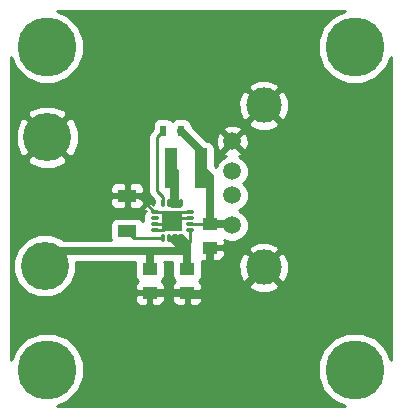
<source format=gbr>
G04 #@! TF.FileFunction,Copper,L1,Top,Signal*
%FSLAX46Y46*%
G04 Gerber Fmt 4.6, Leading zero omitted, Abs format (unit mm)*
G04 Created by KiCad (PCBNEW (2015-07-31 BZR 6030)-product) date Fri Sep 11 12:38:58 2015*
%MOMM*%
G01*
G04 APERTURE LIST*
%ADD10C,0.100000*%
%ADD11C,5.000000*%
%ADD12R,1.250000X1.000000*%
%ADD13R,1.600000X1.000000*%
%ADD14C,1.501140*%
%ADD15C,2.999740*%
%ADD16R,0.980000X3.400000*%
%ADD17R,0.500000X0.900000*%
%ADD18O,0.300000X0.750000*%
%ADD19O,0.750000X0.300000*%
%ADD20R,0.900000X0.900000*%
%ADD21C,4.064000*%
%ADD22C,0.600000*%
%ADD23C,0.250000*%
%ADD24C,0.635000*%
%ADD25C,0.254000*%
G04 APERTURE END LIST*
D10*
D11*
X153240000Y-119900000D03*
X179275000Y-119900000D03*
X179275000Y-92595000D03*
D12*
X161925000Y-111395000D03*
X161925000Y-113395000D03*
X165100000Y-111395000D03*
X165100000Y-113395000D03*
D13*
X160020000Y-108180000D03*
X160020000Y-105180000D03*
D12*
X167005000Y-107585000D03*
X167005000Y-109585000D03*
D14*
X168910000Y-100584000D03*
X168910000Y-103124000D03*
X168910000Y-105156000D03*
X168910000Y-107696000D03*
D15*
X171577000Y-97536000D03*
X171577000Y-111252000D03*
D16*
X163745000Y-102870000D03*
X166285000Y-102870000D03*
D17*
X164580000Y-99695000D03*
X163080000Y-99695000D03*
D18*
X164580000Y-105840000D03*
X164080000Y-105840000D03*
X163580000Y-105840000D03*
X163080000Y-105840000D03*
D19*
X162355000Y-106565000D03*
X162355000Y-107065000D03*
X162355000Y-107565000D03*
X162355000Y-108065000D03*
D18*
X163080000Y-108790000D03*
X163580000Y-108790000D03*
X164080000Y-108790000D03*
X164580000Y-108790000D03*
D19*
X165305000Y-108065000D03*
X165305000Y-107565000D03*
X165305000Y-107065000D03*
X165305000Y-106565000D03*
D20*
X163380000Y-107765000D03*
X164280000Y-107765000D03*
X163380000Y-106865000D03*
X164280000Y-106865000D03*
D21*
X153240000Y-100215000D03*
X153035000Y-111125000D03*
D11*
X153240000Y-92595000D03*
D22*
X164280000Y-107765000D03*
X163380000Y-107765000D03*
X163380000Y-106865000D03*
X164280000Y-106865000D03*
D23*
X163080000Y-106565000D02*
X163380000Y-106865000D01*
X160020000Y-105180000D02*
X160970000Y-105180000D01*
X160970000Y-105180000D02*
X162355000Y-106565000D01*
D24*
X167005000Y-109585000D02*
X167005000Y-113550000D01*
X161925000Y-113395000D02*
X165100000Y-113395000D01*
X165100000Y-113395000D02*
X165255000Y-113550000D01*
X165255000Y-113550000D02*
X167005000Y-113550000D01*
X167005000Y-113550000D02*
X169279000Y-113550000D01*
X169279000Y-113550000D02*
X171577000Y-111252000D01*
D23*
X162355000Y-106565000D02*
X163080000Y-106565000D01*
X165305000Y-107065000D02*
X164480000Y-107065000D01*
X164480000Y-107065000D02*
X164280000Y-106865000D01*
X165305000Y-106565000D02*
X164580000Y-106565000D01*
X164580000Y-106565000D02*
X164280000Y-106865000D01*
X162355000Y-108065000D02*
X163080000Y-108065000D01*
X163080000Y-108065000D02*
X163380000Y-107765000D01*
X162355000Y-107565000D02*
X163180000Y-107565000D01*
X163180000Y-107565000D02*
X163380000Y-107765000D01*
X163080000Y-108790000D02*
X160630000Y-108790000D01*
X160630000Y-108790000D02*
X160020000Y-108180000D01*
X165305000Y-107565000D02*
X166985000Y-107565000D01*
X166985000Y-107565000D02*
X167005000Y-107585000D01*
D24*
X164580000Y-99695000D02*
X166285000Y-101400000D01*
X166285000Y-101400000D02*
X166285000Y-102870000D01*
X166285000Y-102870000D02*
X167005000Y-103590000D01*
X167005000Y-103590000D02*
X167005000Y-107585000D01*
X167005000Y-107585000D02*
X168799000Y-107585000D01*
X168799000Y-107585000D02*
X168910000Y-107696000D01*
D23*
X164580000Y-105840000D02*
X163580000Y-105840000D01*
X163580000Y-105840000D02*
X163785000Y-106045000D01*
X163785000Y-106045000D02*
X164465000Y-106045000D01*
X164465000Y-106045000D02*
X164580000Y-105840000D01*
X164580000Y-105840000D02*
X163745000Y-105005000D01*
X163745000Y-105005000D02*
X163745000Y-102870000D01*
X163580000Y-105840000D02*
X163625000Y-105840000D01*
X163625000Y-105840000D02*
X163745000Y-105720000D01*
X163745000Y-105720000D02*
X163745000Y-102870000D01*
D24*
X164080000Y-105840000D02*
X164080000Y-103205000D01*
X164080000Y-103205000D02*
X163745000Y-102870000D01*
D23*
X163080000Y-105840000D02*
X163080000Y-105295000D01*
X162560000Y-100215000D02*
X163080000Y-99695000D01*
X162560000Y-104775000D02*
X162560000Y-100215000D01*
X163080000Y-105295000D02*
X162560000Y-104775000D01*
X163580000Y-108790000D02*
X164080000Y-108790000D01*
X165305000Y-108065000D02*
X165305000Y-109105000D01*
X165305000Y-109105000D02*
X165100000Y-109310000D01*
X163580000Y-108790000D02*
X164465000Y-109675000D01*
D24*
X164080000Y-108790000D02*
X164465000Y-109175000D01*
X164465000Y-109175000D02*
X164465000Y-109675000D01*
X164465000Y-109675000D02*
X164465000Y-109855000D01*
X164580000Y-108790000D02*
X165100000Y-109310000D01*
X165100000Y-109310000D02*
X165100000Y-109855000D01*
X165100000Y-111395000D02*
X165100000Y-109855000D01*
X164465000Y-109855000D02*
X161925000Y-109855000D01*
X165100000Y-109855000D02*
X164465000Y-109855000D01*
X161925000Y-111395000D02*
X161925000Y-109855000D01*
X153035000Y-111125000D02*
X154305000Y-109855000D01*
X154305000Y-109855000D02*
X161925000Y-109855000D01*
D25*
G36*
X177501485Y-89935727D02*
X176618826Y-90816847D01*
X176140546Y-91968674D01*
X176139457Y-93215854D01*
X176615727Y-94368515D01*
X177496847Y-95251174D01*
X178648674Y-95729454D01*
X179895854Y-95730543D01*
X181048515Y-95254273D01*
X181931174Y-94373153D01*
X182323000Y-93429531D01*
X182323000Y-119067276D01*
X181934273Y-118126485D01*
X181053153Y-117243826D01*
X179901326Y-116765546D01*
X178654146Y-116764457D01*
X177501485Y-117240727D01*
X176618826Y-118121847D01*
X176140546Y-119273674D01*
X176139457Y-120520854D01*
X176615727Y-121673515D01*
X177496847Y-122556174D01*
X178440469Y-122948000D01*
X154072724Y-122948000D01*
X155013515Y-122559273D01*
X155896174Y-121678153D01*
X156374454Y-120526326D01*
X156375543Y-119279146D01*
X155899273Y-118126485D01*
X155018153Y-117243826D01*
X153866326Y-116765546D01*
X152619146Y-116764457D01*
X151466485Y-117240727D01*
X150583826Y-118121847D01*
X150192000Y-119065469D01*
X150192000Y-111653172D01*
X150367538Y-111653172D01*
X150772709Y-112633761D01*
X151522293Y-113384655D01*
X152502173Y-113791536D01*
X153563172Y-113792462D01*
X153833535Y-113680750D01*
X160665000Y-113680750D01*
X160665000Y-114021309D01*
X160761673Y-114254698D01*
X160940301Y-114433327D01*
X161173690Y-114530000D01*
X161639250Y-114530000D01*
X161798000Y-114371250D01*
X161798000Y-113522000D01*
X162052000Y-113522000D01*
X162052000Y-114371250D01*
X162210750Y-114530000D01*
X162676310Y-114530000D01*
X162909699Y-114433327D01*
X163088327Y-114254698D01*
X163185000Y-114021309D01*
X163185000Y-113680750D01*
X163840000Y-113680750D01*
X163840000Y-114021309D01*
X163936673Y-114254698D01*
X164115301Y-114433327D01*
X164348690Y-114530000D01*
X164814250Y-114530000D01*
X164973000Y-114371250D01*
X164973000Y-113522000D01*
X165227000Y-113522000D01*
X165227000Y-114371250D01*
X165385750Y-114530000D01*
X165851310Y-114530000D01*
X166084699Y-114433327D01*
X166263327Y-114254698D01*
X166360000Y-114021309D01*
X166360000Y-113680750D01*
X166201250Y-113522000D01*
X165227000Y-113522000D01*
X164973000Y-113522000D01*
X163998750Y-113522000D01*
X163840000Y-113680750D01*
X163185000Y-113680750D01*
X163026250Y-113522000D01*
X162052000Y-113522000D01*
X161798000Y-113522000D01*
X160823750Y-113522000D01*
X160665000Y-113680750D01*
X153833535Y-113680750D01*
X154543761Y-113387291D01*
X155294655Y-112637707D01*
X155701536Y-111657827D01*
X155702278Y-110807500D01*
X160670279Y-110807500D01*
X160652560Y-110895000D01*
X160652560Y-111895000D01*
X160696838Y-112130317D01*
X160835910Y-112346441D01*
X160904006Y-112392969D01*
X160761673Y-112535302D01*
X160665000Y-112768691D01*
X160665000Y-113109250D01*
X160823750Y-113268000D01*
X161798000Y-113268000D01*
X161798000Y-113248000D01*
X162052000Y-113248000D01*
X162052000Y-113268000D01*
X163026250Y-113268000D01*
X163185000Y-113109250D01*
X163185000Y-112768691D01*
X163088327Y-112535302D01*
X162947090Y-112394064D01*
X163001441Y-112359090D01*
X163146431Y-112146890D01*
X163197440Y-111895000D01*
X163197440Y-110895000D01*
X163180976Y-110807500D01*
X163845279Y-110807500D01*
X163827560Y-110895000D01*
X163827560Y-111895000D01*
X163871838Y-112130317D01*
X164010910Y-112346441D01*
X164079006Y-112392969D01*
X163936673Y-112535302D01*
X163840000Y-112768691D01*
X163840000Y-113109250D01*
X163998750Y-113268000D01*
X164973000Y-113268000D01*
X164973000Y-113248000D01*
X165227000Y-113248000D01*
X165227000Y-113268000D01*
X166201250Y-113268000D01*
X166360000Y-113109250D01*
X166360000Y-112768691D01*
X166358835Y-112765877D01*
X170242728Y-112765877D01*
X170402495Y-113084632D01*
X171193217Y-113394595D01*
X172042366Y-113378367D01*
X172751505Y-113084632D01*
X172911272Y-112765877D01*
X171577000Y-111431605D01*
X170242728Y-112765877D01*
X166358835Y-112765877D01*
X166263327Y-112535302D01*
X166122090Y-112394064D01*
X166176441Y-112359090D01*
X166321431Y-112146890D01*
X166372440Y-111895000D01*
X166372440Y-110895000D01*
X166367401Y-110868217D01*
X169434405Y-110868217D01*
X169450633Y-111717366D01*
X169744368Y-112426505D01*
X170063123Y-112586272D01*
X171397395Y-111252000D01*
X171756605Y-111252000D01*
X173090877Y-112586272D01*
X173409632Y-112426505D01*
X173719595Y-111635783D01*
X173703367Y-110786634D01*
X173409632Y-110077495D01*
X173090877Y-109917728D01*
X171756605Y-111252000D01*
X171397395Y-111252000D01*
X170063123Y-109917728D01*
X169744368Y-110077495D01*
X169434405Y-110868217D01*
X166367401Y-110868217D01*
X166339511Y-110720000D01*
X166719250Y-110720000D01*
X166878000Y-110561250D01*
X166878000Y-109712000D01*
X167132000Y-109712000D01*
X167132000Y-110561250D01*
X167290750Y-110720000D01*
X167756310Y-110720000D01*
X167989699Y-110623327D01*
X168168327Y-110444698D01*
X168265000Y-110211309D01*
X168265000Y-109870750D01*
X168132373Y-109738123D01*
X170242728Y-109738123D01*
X171577000Y-111072395D01*
X172911272Y-109738123D01*
X172751505Y-109419368D01*
X171960783Y-109109405D01*
X171111634Y-109125633D01*
X170402495Y-109419368D01*
X170242728Y-109738123D01*
X168132373Y-109738123D01*
X168106250Y-109712000D01*
X167132000Y-109712000D01*
X166878000Y-109712000D01*
X166858000Y-109712000D01*
X166858000Y-109458000D01*
X166878000Y-109458000D01*
X166878000Y-109438000D01*
X167132000Y-109438000D01*
X167132000Y-109458000D01*
X168106250Y-109458000D01*
X168265000Y-109299250D01*
X168265000Y-108958691D01*
X168249869Y-108922163D01*
X168633184Y-109081329D01*
X169184398Y-109081810D01*
X169693837Y-108871314D01*
X170083944Y-108481887D01*
X170295329Y-107972816D01*
X170295810Y-107421602D01*
X170085314Y-106912163D01*
X169695887Y-106522056D01*
X169464619Y-106426025D01*
X169693837Y-106331314D01*
X170083944Y-105941887D01*
X170295329Y-105432816D01*
X170295810Y-104881602D01*
X170085314Y-104372163D01*
X169853493Y-104139937D01*
X170083944Y-103909887D01*
X170295329Y-103400816D01*
X170295810Y-102849602D01*
X170085314Y-102340163D01*
X169695887Y-101950056D01*
X169480504Y-101860621D01*
X169634265Y-101796931D01*
X169702325Y-101555930D01*
X168910000Y-100763605D01*
X168117675Y-101555930D01*
X168185735Y-101796931D01*
X168351040Y-101855769D01*
X168126163Y-101948686D01*
X167736056Y-102338113D01*
X167549479Y-102787441D01*
X167422440Y-102660402D01*
X167422440Y-101170000D01*
X167378162Y-100934683D01*
X167239090Y-100718559D01*
X167026890Y-100573569D01*
X166775000Y-100522560D01*
X166754598Y-100522560D01*
X166611072Y-100379034D01*
X167512233Y-100379034D01*
X167540195Y-100929538D01*
X167697069Y-101308265D01*
X167938070Y-101376325D01*
X168730395Y-100584000D01*
X169089605Y-100584000D01*
X169881930Y-101376325D01*
X170122931Y-101308265D01*
X170307767Y-100788966D01*
X170279805Y-100238462D01*
X170122931Y-99859735D01*
X169881930Y-99791675D01*
X169089605Y-100584000D01*
X168730395Y-100584000D01*
X167938070Y-99791675D01*
X167697069Y-99859735D01*
X167512233Y-100379034D01*
X166611072Y-100379034D01*
X165844108Y-99612070D01*
X168117675Y-99612070D01*
X168910000Y-100404395D01*
X169702325Y-99612070D01*
X169634265Y-99371069D01*
X169114966Y-99186233D01*
X168564462Y-99214195D01*
X168185735Y-99371069D01*
X168117675Y-99612070D01*
X165844108Y-99612070D01*
X165477440Y-99245402D01*
X165477440Y-99245000D01*
X165440726Y-99049877D01*
X170242728Y-99049877D01*
X170402495Y-99368632D01*
X171193217Y-99678595D01*
X172042366Y-99662367D01*
X172751505Y-99368632D01*
X172911272Y-99049877D01*
X171577000Y-97715605D01*
X170242728Y-99049877D01*
X165440726Y-99049877D01*
X165433162Y-99009683D01*
X165294090Y-98793559D01*
X165081890Y-98648569D01*
X164830000Y-98597560D01*
X164330000Y-98597560D01*
X164094683Y-98641838D01*
X163878559Y-98780910D01*
X163830866Y-98850711D01*
X163794090Y-98793559D01*
X163581890Y-98648569D01*
X163330000Y-98597560D01*
X162830000Y-98597560D01*
X162594683Y-98641838D01*
X162378559Y-98780910D01*
X162233569Y-98993110D01*
X162182560Y-99245000D01*
X162182560Y-99517638D01*
X162022599Y-99677599D01*
X161857852Y-99924161D01*
X161800000Y-100215000D01*
X161800000Y-104775000D01*
X161857852Y-105065839D01*
X162022599Y-105312401D01*
X162296727Y-105586529D01*
X162295000Y-105595213D01*
X162295000Y-105780000D01*
X162227998Y-105780000D01*
X162227998Y-105930873D01*
X162102761Y-105766557D01*
X161799284Y-105837759D01*
X161546155Y-106019676D01*
X161381911Y-106284614D01*
X161369944Y-106368684D01*
X161508257Y-106490000D01*
X161584948Y-106490000D01*
X161555134Y-106509921D01*
X161411531Y-106724840D01*
X161369944Y-106761316D01*
X161376483Y-106807252D01*
X161325213Y-107065000D01*
X161376483Y-107322748D01*
X161370725Y-107363194D01*
X161284090Y-107228559D01*
X161071890Y-107083569D01*
X160820000Y-107032560D01*
X159220000Y-107032560D01*
X158984683Y-107076838D01*
X158768559Y-107215910D01*
X158623569Y-107428110D01*
X158572560Y-107680000D01*
X158572560Y-108680000D01*
X158614426Y-108902500D01*
X154584797Y-108902500D01*
X154547707Y-108865345D01*
X153567827Y-108458464D01*
X152506828Y-108457538D01*
X151526239Y-108862709D01*
X150775345Y-109612293D01*
X150368464Y-110592173D01*
X150367538Y-111653172D01*
X150192000Y-111653172D01*
X150192000Y-105465750D01*
X158585000Y-105465750D01*
X158585000Y-105806309D01*
X158681673Y-106039698D01*
X158860301Y-106218327D01*
X159093690Y-106315000D01*
X159734250Y-106315000D01*
X159893000Y-106156250D01*
X159893000Y-105307000D01*
X160147000Y-105307000D01*
X160147000Y-106156250D01*
X160305750Y-106315000D01*
X160946310Y-106315000D01*
X161179699Y-106218327D01*
X161358327Y-106039698D01*
X161455000Y-105806309D01*
X161455000Y-105465750D01*
X161296250Y-105307000D01*
X160147000Y-105307000D01*
X159893000Y-105307000D01*
X158743750Y-105307000D01*
X158585000Y-105465750D01*
X150192000Y-105465750D01*
X150192000Y-104553691D01*
X158585000Y-104553691D01*
X158585000Y-104894250D01*
X158743750Y-105053000D01*
X159893000Y-105053000D01*
X159893000Y-104203750D01*
X160147000Y-104203750D01*
X160147000Y-105053000D01*
X161296250Y-105053000D01*
X161455000Y-104894250D01*
X161455000Y-104553691D01*
X161358327Y-104320302D01*
X161179699Y-104141673D01*
X160946310Y-104045000D01*
X160305750Y-104045000D01*
X160147000Y-104203750D01*
X159893000Y-104203750D01*
X159734250Y-104045000D01*
X159093690Y-104045000D01*
X158860301Y-104141673D01*
X158681673Y-104320302D01*
X158585000Y-104553691D01*
X150192000Y-104553691D01*
X150192000Y-102113121D01*
X151521484Y-102113121D01*
X151746154Y-102487168D01*
X152729388Y-102885880D01*
X153790357Y-102877975D01*
X154733846Y-102487168D01*
X154958516Y-102113121D01*
X153240000Y-100394605D01*
X151521484Y-102113121D01*
X150192000Y-102113121D01*
X150192000Y-99704388D01*
X150569120Y-99704388D01*
X150577025Y-100765357D01*
X150967832Y-101708846D01*
X151341879Y-101933516D01*
X153060395Y-100215000D01*
X153419605Y-100215000D01*
X155138121Y-101933516D01*
X155512168Y-101708846D01*
X155910880Y-100725612D01*
X155902975Y-99664643D01*
X155512168Y-98721154D01*
X155138121Y-98496484D01*
X153419605Y-100215000D01*
X153060395Y-100215000D01*
X151341879Y-98496484D01*
X150967832Y-98721154D01*
X150569120Y-99704388D01*
X150192000Y-99704388D01*
X150192000Y-98316879D01*
X151521484Y-98316879D01*
X153240000Y-100035395D01*
X154958516Y-98316879D01*
X154733846Y-97942832D01*
X153750612Y-97544120D01*
X152689643Y-97552025D01*
X151746154Y-97942832D01*
X151521484Y-98316879D01*
X150192000Y-98316879D01*
X150192000Y-97152217D01*
X169434405Y-97152217D01*
X169450633Y-98001366D01*
X169744368Y-98710505D01*
X170063123Y-98870272D01*
X171397395Y-97536000D01*
X171756605Y-97536000D01*
X173090877Y-98870272D01*
X173409632Y-98710505D01*
X173719595Y-97919783D01*
X173703367Y-97070634D01*
X173409632Y-96361495D01*
X173090877Y-96201728D01*
X171756605Y-97536000D01*
X171397395Y-97536000D01*
X170063123Y-96201728D01*
X169744368Y-96361495D01*
X169434405Y-97152217D01*
X150192000Y-97152217D01*
X150192000Y-96022123D01*
X170242728Y-96022123D01*
X171577000Y-97356395D01*
X172911272Y-96022123D01*
X172751505Y-95703368D01*
X171960783Y-95393405D01*
X171111634Y-95409633D01*
X170402495Y-95703368D01*
X170242728Y-96022123D01*
X150192000Y-96022123D01*
X150192000Y-93427724D01*
X150580727Y-94368515D01*
X151461847Y-95251174D01*
X152613674Y-95729454D01*
X153860854Y-95730543D01*
X155013515Y-95254273D01*
X155896174Y-94373153D01*
X156374454Y-93221326D01*
X156375543Y-91974146D01*
X155899273Y-90821485D01*
X155018153Y-89938826D01*
X154074531Y-89547000D01*
X178442276Y-89547000D01*
X177501485Y-89935727D01*
X177501485Y-89935727D01*
G37*
X177501485Y-89935727D02*
X176618826Y-90816847D01*
X176140546Y-91968674D01*
X176139457Y-93215854D01*
X176615727Y-94368515D01*
X177496847Y-95251174D01*
X178648674Y-95729454D01*
X179895854Y-95730543D01*
X181048515Y-95254273D01*
X181931174Y-94373153D01*
X182323000Y-93429531D01*
X182323000Y-119067276D01*
X181934273Y-118126485D01*
X181053153Y-117243826D01*
X179901326Y-116765546D01*
X178654146Y-116764457D01*
X177501485Y-117240727D01*
X176618826Y-118121847D01*
X176140546Y-119273674D01*
X176139457Y-120520854D01*
X176615727Y-121673515D01*
X177496847Y-122556174D01*
X178440469Y-122948000D01*
X154072724Y-122948000D01*
X155013515Y-122559273D01*
X155896174Y-121678153D01*
X156374454Y-120526326D01*
X156375543Y-119279146D01*
X155899273Y-118126485D01*
X155018153Y-117243826D01*
X153866326Y-116765546D01*
X152619146Y-116764457D01*
X151466485Y-117240727D01*
X150583826Y-118121847D01*
X150192000Y-119065469D01*
X150192000Y-111653172D01*
X150367538Y-111653172D01*
X150772709Y-112633761D01*
X151522293Y-113384655D01*
X152502173Y-113791536D01*
X153563172Y-113792462D01*
X153833535Y-113680750D01*
X160665000Y-113680750D01*
X160665000Y-114021309D01*
X160761673Y-114254698D01*
X160940301Y-114433327D01*
X161173690Y-114530000D01*
X161639250Y-114530000D01*
X161798000Y-114371250D01*
X161798000Y-113522000D01*
X162052000Y-113522000D01*
X162052000Y-114371250D01*
X162210750Y-114530000D01*
X162676310Y-114530000D01*
X162909699Y-114433327D01*
X163088327Y-114254698D01*
X163185000Y-114021309D01*
X163185000Y-113680750D01*
X163840000Y-113680750D01*
X163840000Y-114021309D01*
X163936673Y-114254698D01*
X164115301Y-114433327D01*
X164348690Y-114530000D01*
X164814250Y-114530000D01*
X164973000Y-114371250D01*
X164973000Y-113522000D01*
X165227000Y-113522000D01*
X165227000Y-114371250D01*
X165385750Y-114530000D01*
X165851310Y-114530000D01*
X166084699Y-114433327D01*
X166263327Y-114254698D01*
X166360000Y-114021309D01*
X166360000Y-113680750D01*
X166201250Y-113522000D01*
X165227000Y-113522000D01*
X164973000Y-113522000D01*
X163998750Y-113522000D01*
X163840000Y-113680750D01*
X163185000Y-113680750D01*
X163026250Y-113522000D01*
X162052000Y-113522000D01*
X161798000Y-113522000D01*
X160823750Y-113522000D01*
X160665000Y-113680750D01*
X153833535Y-113680750D01*
X154543761Y-113387291D01*
X155294655Y-112637707D01*
X155701536Y-111657827D01*
X155702278Y-110807500D01*
X160670279Y-110807500D01*
X160652560Y-110895000D01*
X160652560Y-111895000D01*
X160696838Y-112130317D01*
X160835910Y-112346441D01*
X160904006Y-112392969D01*
X160761673Y-112535302D01*
X160665000Y-112768691D01*
X160665000Y-113109250D01*
X160823750Y-113268000D01*
X161798000Y-113268000D01*
X161798000Y-113248000D01*
X162052000Y-113248000D01*
X162052000Y-113268000D01*
X163026250Y-113268000D01*
X163185000Y-113109250D01*
X163185000Y-112768691D01*
X163088327Y-112535302D01*
X162947090Y-112394064D01*
X163001441Y-112359090D01*
X163146431Y-112146890D01*
X163197440Y-111895000D01*
X163197440Y-110895000D01*
X163180976Y-110807500D01*
X163845279Y-110807500D01*
X163827560Y-110895000D01*
X163827560Y-111895000D01*
X163871838Y-112130317D01*
X164010910Y-112346441D01*
X164079006Y-112392969D01*
X163936673Y-112535302D01*
X163840000Y-112768691D01*
X163840000Y-113109250D01*
X163998750Y-113268000D01*
X164973000Y-113268000D01*
X164973000Y-113248000D01*
X165227000Y-113248000D01*
X165227000Y-113268000D01*
X166201250Y-113268000D01*
X166360000Y-113109250D01*
X166360000Y-112768691D01*
X166358835Y-112765877D01*
X170242728Y-112765877D01*
X170402495Y-113084632D01*
X171193217Y-113394595D01*
X172042366Y-113378367D01*
X172751505Y-113084632D01*
X172911272Y-112765877D01*
X171577000Y-111431605D01*
X170242728Y-112765877D01*
X166358835Y-112765877D01*
X166263327Y-112535302D01*
X166122090Y-112394064D01*
X166176441Y-112359090D01*
X166321431Y-112146890D01*
X166372440Y-111895000D01*
X166372440Y-110895000D01*
X166367401Y-110868217D01*
X169434405Y-110868217D01*
X169450633Y-111717366D01*
X169744368Y-112426505D01*
X170063123Y-112586272D01*
X171397395Y-111252000D01*
X171756605Y-111252000D01*
X173090877Y-112586272D01*
X173409632Y-112426505D01*
X173719595Y-111635783D01*
X173703367Y-110786634D01*
X173409632Y-110077495D01*
X173090877Y-109917728D01*
X171756605Y-111252000D01*
X171397395Y-111252000D01*
X170063123Y-109917728D01*
X169744368Y-110077495D01*
X169434405Y-110868217D01*
X166367401Y-110868217D01*
X166339511Y-110720000D01*
X166719250Y-110720000D01*
X166878000Y-110561250D01*
X166878000Y-109712000D01*
X167132000Y-109712000D01*
X167132000Y-110561250D01*
X167290750Y-110720000D01*
X167756310Y-110720000D01*
X167989699Y-110623327D01*
X168168327Y-110444698D01*
X168265000Y-110211309D01*
X168265000Y-109870750D01*
X168132373Y-109738123D01*
X170242728Y-109738123D01*
X171577000Y-111072395D01*
X172911272Y-109738123D01*
X172751505Y-109419368D01*
X171960783Y-109109405D01*
X171111634Y-109125633D01*
X170402495Y-109419368D01*
X170242728Y-109738123D01*
X168132373Y-109738123D01*
X168106250Y-109712000D01*
X167132000Y-109712000D01*
X166878000Y-109712000D01*
X166858000Y-109712000D01*
X166858000Y-109458000D01*
X166878000Y-109458000D01*
X166878000Y-109438000D01*
X167132000Y-109438000D01*
X167132000Y-109458000D01*
X168106250Y-109458000D01*
X168265000Y-109299250D01*
X168265000Y-108958691D01*
X168249869Y-108922163D01*
X168633184Y-109081329D01*
X169184398Y-109081810D01*
X169693837Y-108871314D01*
X170083944Y-108481887D01*
X170295329Y-107972816D01*
X170295810Y-107421602D01*
X170085314Y-106912163D01*
X169695887Y-106522056D01*
X169464619Y-106426025D01*
X169693837Y-106331314D01*
X170083944Y-105941887D01*
X170295329Y-105432816D01*
X170295810Y-104881602D01*
X170085314Y-104372163D01*
X169853493Y-104139937D01*
X170083944Y-103909887D01*
X170295329Y-103400816D01*
X170295810Y-102849602D01*
X170085314Y-102340163D01*
X169695887Y-101950056D01*
X169480504Y-101860621D01*
X169634265Y-101796931D01*
X169702325Y-101555930D01*
X168910000Y-100763605D01*
X168117675Y-101555930D01*
X168185735Y-101796931D01*
X168351040Y-101855769D01*
X168126163Y-101948686D01*
X167736056Y-102338113D01*
X167549479Y-102787441D01*
X167422440Y-102660402D01*
X167422440Y-101170000D01*
X167378162Y-100934683D01*
X167239090Y-100718559D01*
X167026890Y-100573569D01*
X166775000Y-100522560D01*
X166754598Y-100522560D01*
X166611072Y-100379034D01*
X167512233Y-100379034D01*
X167540195Y-100929538D01*
X167697069Y-101308265D01*
X167938070Y-101376325D01*
X168730395Y-100584000D01*
X169089605Y-100584000D01*
X169881930Y-101376325D01*
X170122931Y-101308265D01*
X170307767Y-100788966D01*
X170279805Y-100238462D01*
X170122931Y-99859735D01*
X169881930Y-99791675D01*
X169089605Y-100584000D01*
X168730395Y-100584000D01*
X167938070Y-99791675D01*
X167697069Y-99859735D01*
X167512233Y-100379034D01*
X166611072Y-100379034D01*
X165844108Y-99612070D01*
X168117675Y-99612070D01*
X168910000Y-100404395D01*
X169702325Y-99612070D01*
X169634265Y-99371069D01*
X169114966Y-99186233D01*
X168564462Y-99214195D01*
X168185735Y-99371069D01*
X168117675Y-99612070D01*
X165844108Y-99612070D01*
X165477440Y-99245402D01*
X165477440Y-99245000D01*
X165440726Y-99049877D01*
X170242728Y-99049877D01*
X170402495Y-99368632D01*
X171193217Y-99678595D01*
X172042366Y-99662367D01*
X172751505Y-99368632D01*
X172911272Y-99049877D01*
X171577000Y-97715605D01*
X170242728Y-99049877D01*
X165440726Y-99049877D01*
X165433162Y-99009683D01*
X165294090Y-98793559D01*
X165081890Y-98648569D01*
X164830000Y-98597560D01*
X164330000Y-98597560D01*
X164094683Y-98641838D01*
X163878559Y-98780910D01*
X163830866Y-98850711D01*
X163794090Y-98793559D01*
X163581890Y-98648569D01*
X163330000Y-98597560D01*
X162830000Y-98597560D01*
X162594683Y-98641838D01*
X162378559Y-98780910D01*
X162233569Y-98993110D01*
X162182560Y-99245000D01*
X162182560Y-99517638D01*
X162022599Y-99677599D01*
X161857852Y-99924161D01*
X161800000Y-100215000D01*
X161800000Y-104775000D01*
X161857852Y-105065839D01*
X162022599Y-105312401D01*
X162296727Y-105586529D01*
X162295000Y-105595213D01*
X162295000Y-105780000D01*
X162227998Y-105780000D01*
X162227998Y-105930873D01*
X162102761Y-105766557D01*
X161799284Y-105837759D01*
X161546155Y-106019676D01*
X161381911Y-106284614D01*
X161369944Y-106368684D01*
X161508257Y-106490000D01*
X161584948Y-106490000D01*
X161555134Y-106509921D01*
X161411531Y-106724840D01*
X161369944Y-106761316D01*
X161376483Y-106807252D01*
X161325213Y-107065000D01*
X161376483Y-107322748D01*
X161370725Y-107363194D01*
X161284090Y-107228559D01*
X161071890Y-107083569D01*
X160820000Y-107032560D01*
X159220000Y-107032560D01*
X158984683Y-107076838D01*
X158768559Y-107215910D01*
X158623569Y-107428110D01*
X158572560Y-107680000D01*
X158572560Y-108680000D01*
X158614426Y-108902500D01*
X154584797Y-108902500D01*
X154547707Y-108865345D01*
X153567827Y-108458464D01*
X152506828Y-108457538D01*
X151526239Y-108862709D01*
X150775345Y-109612293D01*
X150368464Y-110592173D01*
X150367538Y-111653172D01*
X150192000Y-111653172D01*
X150192000Y-105465750D01*
X158585000Y-105465750D01*
X158585000Y-105806309D01*
X158681673Y-106039698D01*
X158860301Y-106218327D01*
X159093690Y-106315000D01*
X159734250Y-106315000D01*
X159893000Y-106156250D01*
X159893000Y-105307000D01*
X160147000Y-105307000D01*
X160147000Y-106156250D01*
X160305750Y-106315000D01*
X160946310Y-106315000D01*
X161179699Y-106218327D01*
X161358327Y-106039698D01*
X161455000Y-105806309D01*
X161455000Y-105465750D01*
X161296250Y-105307000D01*
X160147000Y-105307000D01*
X159893000Y-105307000D01*
X158743750Y-105307000D01*
X158585000Y-105465750D01*
X150192000Y-105465750D01*
X150192000Y-104553691D01*
X158585000Y-104553691D01*
X158585000Y-104894250D01*
X158743750Y-105053000D01*
X159893000Y-105053000D01*
X159893000Y-104203750D01*
X160147000Y-104203750D01*
X160147000Y-105053000D01*
X161296250Y-105053000D01*
X161455000Y-104894250D01*
X161455000Y-104553691D01*
X161358327Y-104320302D01*
X161179699Y-104141673D01*
X160946310Y-104045000D01*
X160305750Y-104045000D01*
X160147000Y-104203750D01*
X159893000Y-104203750D01*
X159734250Y-104045000D01*
X159093690Y-104045000D01*
X158860301Y-104141673D01*
X158681673Y-104320302D01*
X158585000Y-104553691D01*
X150192000Y-104553691D01*
X150192000Y-102113121D01*
X151521484Y-102113121D01*
X151746154Y-102487168D01*
X152729388Y-102885880D01*
X153790357Y-102877975D01*
X154733846Y-102487168D01*
X154958516Y-102113121D01*
X153240000Y-100394605D01*
X151521484Y-102113121D01*
X150192000Y-102113121D01*
X150192000Y-99704388D01*
X150569120Y-99704388D01*
X150577025Y-100765357D01*
X150967832Y-101708846D01*
X151341879Y-101933516D01*
X153060395Y-100215000D01*
X153419605Y-100215000D01*
X155138121Y-101933516D01*
X155512168Y-101708846D01*
X155910880Y-100725612D01*
X155902975Y-99664643D01*
X155512168Y-98721154D01*
X155138121Y-98496484D01*
X153419605Y-100215000D01*
X153060395Y-100215000D01*
X151341879Y-98496484D01*
X150967832Y-98721154D01*
X150569120Y-99704388D01*
X150192000Y-99704388D01*
X150192000Y-98316879D01*
X151521484Y-98316879D01*
X153240000Y-100035395D01*
X154958516Y-98316879D01*
X154733846Y-97942832D01*
X153750612Y-97544120D01*
X152689643Y-97552025D01*
X151746154Y-97942832D01*
X151521484Y-98316879D01*
X150192000Y-98316879D01*
X150192000Y-97152217D01*
X169434405Y-97152217D01*
X169450633Y-98001366D01*
X169744368Y-98710505D01*
X170063123Y-98870272D01*
X171397395Y-97536000D01*
X171756605Y-97536000D01*
X173090877Y-98870272D01*
X173409632Y-98710505D01*
X173719595Y-97919783D01*
X173703367Y-97070634D01*
X173409632Y-96361495D01*
X173090877Y-96201728D01*
X171756605Y-97536000D01*
X171397395Y-97536000D01*
X170063123Y-96201728D01*
X169744368Y-96361495D01*
X169434405Y-97152217D01*
X150192000Y-97152217D01*
X150192000Y-96022123D01*
X170242728Y-96022123D01*
X171577000Y-97356395D01*
X172911272Y-96022123D01*
X172751505Y-95703368D01*
X171960783Y-95393405D01*
X171111634Y-95409633D01*
X170402495Y-95703368D01*
X170242728Y-96022123D01*
X150192000Y-96022123D01*
X150192000Y-93427724D01*
X150580727Y-94368515D01*
X151461847Y-95251174D01*
X152613674Y-95729454D01*
X153860854Y-95730543D01*
X155013515Y-95254273D01*
X155896174Y-94373153D01*
X156374454Y-93221326D01*
X156375543Y-91974146D01*
X155899273Y-90821485D01*
X155018153Y-89938826D01*
X154074531Y-89547000D01*
X178442276Y-89547000D01*
X177501485Y-89935727D01*
M02*

</source>
